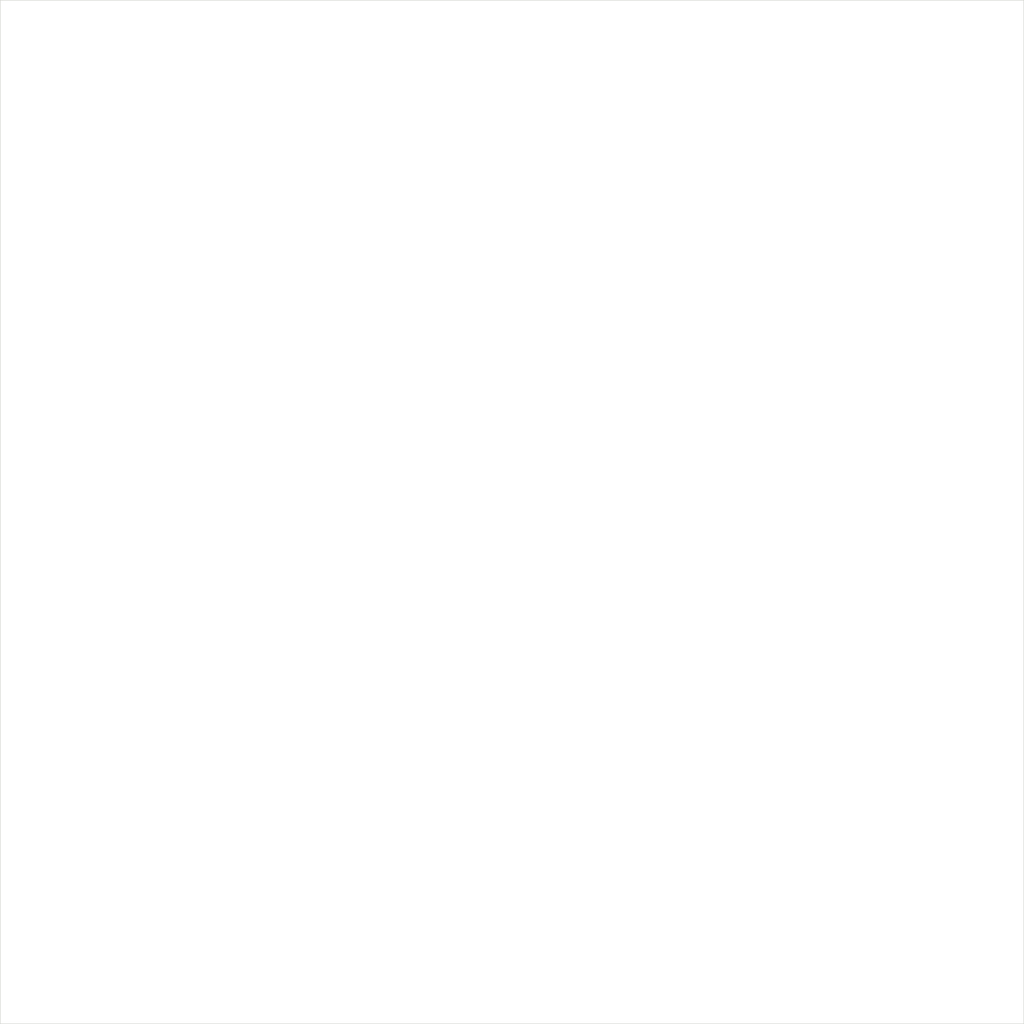
<source format=kicad_pcb>
(kicad_pcb (version 20171130) (host pcbnew "(6.0.0-rc1-dev-689-g9e828e0d9)")

  (general
    (thickness 1.6)
    (drawings 4)
    (tracks 0)
    (zones 0)
    (modules 0)
    (nets 1)
  )

  (page A4)
  (layers
    (0 F.Cu signal)
    (31 B.Cu signal)
    (32 B.Adhes user)
    (33 F.Adhes user)
    (34 B.Paste user)
    (35 F.Paste user)
    (36 B.SilkS user)
    (37 F.SilkS user)
    (38 B.Mask user)
    (39 F.Mask user)
    (40 Dwgs.User user)
    (41 Cmts.User user)
    (42 Eco1.User user)
    (43 Eco2.User user)
    (44 Edge.Cuts user)
    (45 Margin user)
    (46 B.CrtYd user)
    (47 F.CrtYd user)
    (48 B.Fab user)
    (49 F.Fab user)
  )

  (setup
    (last_trace_width 0.25)
    (trace_clearance 0.2)
    (zone_clearance 0.508)
    (zone_45_only no)
    (trace_min 0.2)
    (via_size 0.8)
    (via_drill 0.4)
    (via_min_size 0.4)
    (via_min_drill 0.3)
    (uvia_size 0.3)
    (uvia_drill 0.1)
    (uvias_allowed no)
    (uvia_min_size 0.2)
    (uvia_min_drill 0.1)
    (edge_width 0.05)
    (segment_width 0.2)
    (pcb_text_width 0.3)
    (pcb_text_size 1.5 1.5)
    (mod_edge_width 0.12)
    (mod_text_size 1 1)
    (mod_text_width 0.15)
    (pad_size 1.524 1.524)
    (pad_drill 0.762)
    (pad_to_mask_clearance 0.051)
    (solder_mask_min_width 0.25)
    (aux_axis_origin 0 0)
    (visible_elements FFFFFF7F)
    (pcbplotparams
      (layerselection 0x010fc_ffffffff)
      (usegerberextensions false)
      (usegerberattributes false)
      (usegerberadvancedattributes false)
      (creategerberjobfile false)
      (excludeedgelayer true)
      (linewidth 0.100000)
      (plotframeref false)
      (viasonmask false)
      (mode 1)
      (useauxorigin false)
      (hpglpennumber 1)
      (hpglpenspeed 20)
      (hpglpendiameter 15.000000)
      (psnegative false)
      (psa4output false)
      (plotreference true)
      (plotvalue true)
      (plotinvisibletext false)
      (padsonsilk false)
      (subtractmaskfromsilk false)
      (outputformat 1)
      (mirror false)
      (drillshape 1)
      (scaleselection 1)
      (outputdirectory ""))
  )

  (net 0 "")

  (net_class Default "This is the default net class."
    (clearance 0.2)
    (trace_width 0.25)
    (via_dia 0.8)
    (via_drill 0.4)
    (uvia_dia 0.3)
    (uvia_drill 0.1)
  )

  (gr_line (start 100 145) (end 100 50) (layer Edge.Cuts) (width 0.05))
  (gr_line (start 195 145) (end 100 145) (layer Edge.Cuts) (width 0.05))
  (gr_line (start 195 50) (end 195 145) (layer Edge.Cuts) (width 0.05))
  (gr_line (start 100 50) (end 195 50) (layer Edge.Cuts) (width 0.05))

)

</source>
